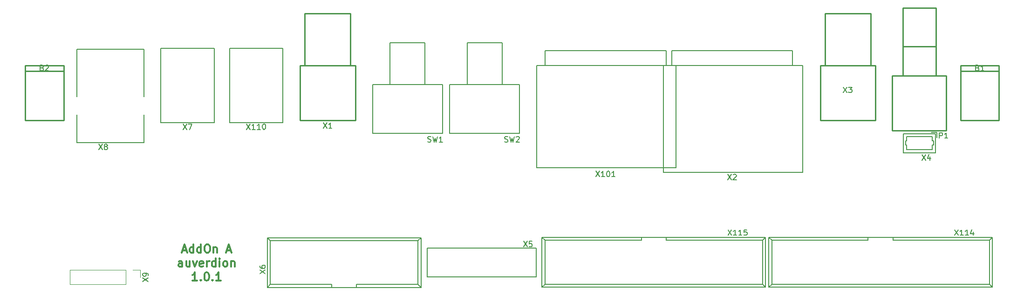
<source format=gto>
G04 #@! TF.GenerationSoftware,KiCad,Pcbnew,(5.1.0-0)*
G04 #@! TF.CreationDate,2020-01-03T12:25:20+01:00*
G04 #@! TF.ProjectId,AddOnA,4164644f-6e41-42e6-9b69-6361645f7063,rev?*
G04 #@! TF.SameCoordinates,Original*
G04 #@! TF.FileFunction,Legend,Top*
G04 #@! TF.FilePolarity,Positive*
%FSLAX46Y46*%
G04 Gerber Fmt 4.6, Leading zero omitted, Abs format (unit mm)*
G04 Created by KiCad (PCBNEW (5.1.0-0)) date 2020-01-03 12:25:20*
%MOMM*%
%LPD*%
G04 APERTURE LIST*
%ADD10C,0.300000*%
%ADD11C,0.254000*%
%ADD12C,0.120000*%
%ADD13C,0.150000*%
G04 APERTURE END LIST*
D10*
X35107142Y57800000D02*
X35821428Y57800000D01*
X34964285Y57371428D02*
X35464285Y58871428D01*
X35964285Y57371428D01*
X37107142Y57371428D02*
X37107142Y58871428D01*
X37107142Y57442857D02*
X36964285Y57371428D01*
X36678571Y57371428D01*
X36535714Y57442857D01*
X36464285Y57514285D01*
X36392857Y57657142D01*
X36392857Y58085714D01*
X36464285Y58228571D01*
X36535714Y58300000D01*
X36678571Y58371428D01*
X36964285Y58371428D01*
X37107142Y58300000D01*
X38464285Y57371428D02*
X38464285Y58871428D01*
X38464285Y57442857D02*
X38321428Y57371428D01*
X38035714Y57371428D01*
X37892857Y57442857D01*
X37821428Y57514285D01*
X37750000Y57657142D01*
X37750000Y58085714D01*
X37821428Y58228571D01*
X37892857Y58300000D01*
X38035714Y58371428D01*
X38321428Y58371428D01*
X38464285Y58300000D01*
X39464285Y58871428D02*
X39750000Y58871428D01*
X39892857Y58800000D01*
X40035714Y58657142D01*
X40107142Y58371428D01*
X40107142Y57871428D01*
X40035714Y57585714D01*
X39892857Y57442857D01*
X39750000Y57371428D01*
X39464285Y57371428D01*
X39321428Y57442857D01*
X39178571Y57585714D01*
X39107142Y57871428D01*
X39107142Y58371428D01*
X39178571Y58657142D01*
X39321428Y58800000D01*
X39464285Y58871428D01*
X40750000Y58371428D02*
X40750000Y57371428D01*
X40750000Y58228571D02*
X40821428Y58300000D01*
X40964285Y58371428D01*
X41178571Y58371428D01*
X41321428Y58300000D01*
X41392857Y58157142D01*
X41392857Y57371428D01*
X43178571Y57800000D02*
X43892857Y57800000D01*
X43035714Y57371428D02*
X43535714Y58871428D01*
X44035714Y57371428D01*
X35071428Y54821428D02*
X35071428Y55607142D01*
X34999999Y55750000D01*
X34857142Y55821428D01*
X34571428Y55821428D01*
X34428571Y55750000D01*
X35071428Y54892857D02*
X34928571Y54821428D01*
X34571428Y54821428D01*
X34428571Y54892857D01*
X34357142Y55035714D01*
X34357142Y55178571D01*
X34428571Y55321428D01*
X34571428Y55392857D01*
X34928571Y55392857D01*
X35071428Y55464285D01*
X36428571Y55821428D02*
X36428571Y54821428D01*
X35785714Y55821428D02*
X35785714Y55035714D01*
X35857142Y54892857D01*
X35999999Y54821428D01*
X36214285Y54821428D01*
X36357142Y54892857D01*
X36428571Y54964285D01*
X36999999Y55821428D02*
X37357142Y54821428D01*
X37714285Y55821428D01*
X38857142Y54892857D02*
X38714285Y54821428D01*
X38428571Y54821428D01*
X38285714Y54892857D01*
X38214285Y55035714D01*
X38214285Y55607142D01*
X38285714Y55750000D01*
X38428571Y55821428D01*
X38714285Y55821428D01*
X38857142Y55750000D01*
X38928571Y55607142D01*
X38928571Y55464285D01*
X38214285Y55321428D01*
X39571428Y54821428D02*
X39571428Y55821428D01*
X39571428Y55535714D02*
X39642857Y55678571D01*
X39714285Y55750000D01*
X39857142Y55821428D01*
X39999999Y55821428D01*
X41142857Y54821428D02*
X41142857Y56321428D01*
X41142857Y54892857D02*
X40999999Y54821428D01*
X40714285Y54821428D01*
X40571428Y54892857D01*
X40499999Y54964285D01*
X40428571Y55107142D01*
X40428571Y55535714D01*
X40499999Y55678571D01*
X40571428Y55750000D01*
X40714285Y55821428D01*
X40999999Y55821428D01*
X41142857Y55750000D01*
X41857142Y54821428D02*
X41857142Y55821428D01*
X41857142Y56321428D02*
X41785714Y56250000D01*
X41857142Y56178571D01*
X41928571Y56250000D01*
X41857142Y56321428D01*
X41857142Y56178571D01*
X42785714Y54821428D02*
X42642857Y54892857D01*
X42571428Y54964285D01*
X42500000Y55107142D01*
X42500000Y55535714D01*
X42571428Y55678571D01*
X42642857Y55750000D01*
X42785714Y55821428D01*
X43000000Y55821428D01*
X43142857Y55750000D01*
X43214285Y55678571D01*
X43285714Y55535714D01*
X43285714Y55107142D01*
X43214285Y54964285D01*
X43142857Y54892857D01*
X43000000Y54821428D01*
X42785714Y54821428D01*
X43928571Y55821428D02*
X43928571Y54821428D01*
X43928571Y55678571D02*
X44000000Y55750000D01*
X44142857Y55821428D01*
X44357142Y55821428D01*
X44500000Y55750000D01*
X44571428Y55607142D01*
X44571428Y54821428D01*
X37785714Y52271428D02*
X36928571Y52271428D01*
X37357142Y52271428D02*
X37357142Y53771428D01*
X37214285Y53557142D01*
X37071428Y53414285D01*
X36928571Y53342857D01*
X38428571Y52414285D02*
X38500000Y52342857D01*
X38428571Y52271428D01*
X38357142Y52342857D01*
X38428571Y52414285D01*
X38428571Y52271428D01*
X39428571Y53771428D02*
X39571428Y53771428D01*
X39714285Y53700000D01*
X39785714Y53628571D01*
X39857142Y53485714D01*
X39928571Y53200000D01*
X39928571Y52842857D01*
X39857142Y52557142D01*
X39785714Y52414285D01*
X39714285Y52342857D01*
X39571428Y52271428D01*
X39428571Y52271428D01*
X39285714Y52342857D01*
X39214285Y52414285D01*
X39142857Y52557142D01*
X39071428Y52842857D01*
X39071428Y53200000D01*
X39142857Y53485714D01*
X39214285Y53628571D01*
X39285714Y53700000D01*
X39428571Y53771428D01*
X40571428Y52414285D02*
X40642857Y52342857D01*
X40571428Y52271428D01*
X40500000Y52342857D01*
X40571428Y52414285D01*
X40571428Y52271428D01*
X42071428Y52271428D02*
X41214285Y52271428D01*
X41642857Y52271428D02*
X41642857Y53771428D01*
X41500000Y53557142D01*
X41357142Y53414285D01*
X41214285Y53342857D01*
D11*
X6500000Y90500000D02*
X13500000Y90500000D01*
X13500000Y91500000D02*
X6500000Y91500000D01*
X13500000Y81500000D02*
X13500000Y91500000D01*
X6500000Y81500000D02*
X13500000Y81500000D01*
X6500000Y91500000D02*
X6500000Y81500000D01*
X176500000Y90500000D02*
X183500000Y90500000D01*
X183500000Y91500000D02*
X176500000Y91500000D01*
X183500000Y81500000D02*
X183500000Y91500000D01*
X176500000Y81500000D02*
X183500000Y81500000D01*
X176500000Y91500000D02*
X176500000Y81500000D01*
D12*
X27430000Y54230000D02*
X27430000Y52900000D01*
X26100000Y54230000D02*
X27430000Y54230000D01*
X24830000Y54230000D02*
X24830000Y51570000D01*
X24830000Y51570000D02*
X14610000Y51570000D01*
X24830000Y54230000D02*
X14610000Y54230000D01*
X14610000Y54230000D02*
X14610000Y51570000D01*
D13*
X82350000Y88000000D02*
X69650000Y88000000D01*
X69650000Y88000000D02*
X69650000Y79110000D01*
X69650000Y79110000D02*
X82350000Y79110000D01*
X82350000Y79110000D02*
X82350000Y88000000D01*
X72825000Y88000000D02*
X72825000Y95620000D01*
X72825000Y95620000D02*
X79175000Y95620000D01*
X79175000Y95620000D02*
X79175000Y88000000D01*
X31150000Y81110000D02*
X40850000Y81110000D01*
X40850000Y81110000D02*
X40850000Y94610000D01*
X40850000Y94600000D02*
X31150000Y94600000D01*
X31150000Y94610000D02*
X31150000Y81110000D01*
X43650000Y81110000D02*
X53350000Y81110000D01*
X53350000Y81110000D02*
X53350000Y94610000D01*
X53350000Y94600000D02*
X43650000Y94600000D01*
X43650000Y94610000D02*
X43650000Y81110000D01*
X99500000Y91500000D02*
X99500000Y72900000D01*
X99500000Y72900000D02*
X124800000Y72900000D01*
X124800000Y72900000D02*
X124800000Y91500000D01*
X124800000Y91500000D02*
X99500000Y91500000D01*
X101000000Y91500000D02*
X101000000Y94200000D01*
X101000000Y94200000D02*
X123000000Y94200000D01*
X123000000Y94200000D02*
X123000000Y91500000D01*
X28066000Y77468000D02*
X15874000Y77468000D01*
X15874000Y94486000D02*
X28066000Y94486000D01*
X15874000Y77468000D02*
X15874000Y82548000D01*
X15874000Y85850000D02*
X15874000Y94486000D01*
X28066000Y77468000D02*
X28066000Y82548000D01*
X28066000Y85850000D02*
X28066000Y94486000D01*
X172200000Y79325000D02*
X171200000Y79325000D01*
X172200000Y79325000D02*
X172200000Y78325000D01*
X166700000Y76125000D02*
X169050000Y76125000D01*
X166700000Y77000000D02*
X166700000Y76125000D01*
X166500000Y77000000D02*
X166700000Y77000000D01*
X166500000Y77800000D02*
X166500000Y77000000D01*
X166700000Y77800000D02*
X166500000Y77800000D01*
X166700000Y78525000D02*
X166700000Y77800000D01*
X169050000Y78525000D02*
X166700000Y78525000D01*
X171400000Y76125000D02*
X169050000Y76125000D01*
X171400000Y77000000D02*
X171400000Y76125000D01*
X171600000Y77000000D02*
X171400000Y77000000D01*
X171600000Y77800000D02*
X171600000Y77000000D01*
X171400000Y77800000D02*
X171600000Y77800000D01*
X171400000Y78525000D02*
X171400000Y77800000D01*
X169050000Y78525000D02*
X171400000Y78525000D01*
X166150000Y75575000D02*
X171950000Y75575000D01*
X166150000Y79075000D02*
X166150000Y75575000D01*
X171950000Y79075000D02*
X166150000Y79075000D01*
X171950000Y75575000D02*
X171950000Y79075000D01*
D11*
X151000000Y91500000D02*
X161000000Y91500000D01*
X161000000Y91500000D02*
X161000000Y81500000D01*
X161000000Y81500000D02*
X151000000Y81500000D01*
X151000000Y81500000D02*
X151000000Y91500000D01*
X151850000Y91500000D02*
X151850000Y101000000D01*
X151850000Y101000000D02*
X160150000Y101000000D01*
X160150000Y101000000D02*
X160150000Y91500000D01*
D13*
X122500000Y91500000D02*
X122500000Y72000000D01*
X122500000Y72000000D02*
X147800000Y72000000D01*
X147800000Y72000000D02*
X147800000Y91500000D01*
X147800000Y91500000D02*
X122500000Y91500000D01*
X124000000Y91500000D02*
X124000000Y94200000D01*
X124000000Y94200000D02*
X146000000Y94200000D01*
X146000000Y94200000D02*
X146000000Y91500000D01*
X96350000Y88000000D02*
X83650000Y88000000D01*
X83650000Y88000000D02*
X83650000Y79110000D01*
X83650000Y79110000D02*
X96350000Y79110000D01*
X96350000Y79110000D02*
X96350000Y88000000D01*
X86825000Y88000000D02*
X86825000Y95620000D01*
X86825000Y95620000D02*
X93175000Y95620000D01*
X93175000Y95620000D02*
X93175000Y88000000D01*
D11*
X172000000Y95000000D02*
X166000000Y95000000D01*
X172000000Y102000000D02*
X172000000Y89600000D01*
X166000000Y102000000D02*
X166000000Y89600000D01*
X172000000Y102000000D02*
X166000000Y102000000D01*
X173900000Y79600000D02*
X164100000Y79600000D01*
X164100000Y79600000D02*
X164100000Y89600000D01*
X164100000Y89600000D02*
X173900000Y89600000D01*
X173900000Y89600000D02*
X173900000Y79600000D01*
D13*
X78460000Y51020000D02*
X77900000Y51570000D01*
X50520000Y51020000D02*
X51060000Y51570000D01*
X78460000Y60120000D02*
X77900000Y59570000D01*
X50520000Y60120000D02*
X51060000Y59570000D01*
X77900000Y59570000D02*
X77900000Y51570000D01*
X78460000Y60120000D02*
X78460000Y51020000D01*
X51060000Y59570000D02*
X51060000Y51570000D01*
X50520000Y60120000D02*
X50520000Y51020000D01*
X66740000Y51570000D02*
X66740000Y51020000D01*
X62240000Y51570000D02*
X62240000Y51020000D01*
X66740000Y51570000D02*
X77900000Y51570000D01*
X51060000Y51570000D02*
X62240000Y51570000D01*
X50520000Y51020000D02*
X78460000Y51020000D01*
X51060000Y59570000D02*
X77900000Y59570000D01*
X50520000Y60120000D02*
X78460000Y60120000D01*
X141640000Y60180000D02*
X142200000Y59630000D01*
X182280000Y60180000D02*
X181740000Y59630000D01*
X141640000Y51080000D02*
X142200000Y51630000D01*
X182280000Y51080000D02*
X181740000Y51630000D01*
X142200000Y51630000D02*
X142200000Y59630000D01*
X141640000Y51080000D02*
X141640000Y60180000D01*
X181740000Y51630000D02*
X181740000Y59630000D01*
X182280000Y51080000D02*
X182280000Y60180000D01*
X159710000Y59630000D02*
X159710000Y60180000D01*
X164210000Y59630000D02*
X164210000Y60180000D01*
X159710000Y59630000D02*
X142200000Y59630000D01*
X181740000Y59630000D02*
X164210000Y59630000D01*
X182280000Y60180000D02*
X141640000Y60180000D01*
X181740000Y51630000D02*
X142200000Y51630000D01*
X182280000Y51080000D02*
X141640000Y51080000D01*
X141080000Y51080000D02*
X100440000Y51080000D01*
X140540000Y51630000D02*
X101000000Y51630000D01*
X141080000Y60180000D02*
X100440000Y60180000D01*
X140540000Y59630000D02*
X123010000Y59630000D01*
X118510000Y59630000D02*
X101000000Y59630000D01*
X123010000Y59630000D02*
X123010000Y60180000D01*
X118510000Y59630000D02*
X118510000Y60180000D01*
X141080000Y51080000D02*
X141080000Y60180000D01*
X140540000Y51630000D02*
X140540000Y59630000D01*
X100440000Y51080000D02*
X100440000Y60180000D01*
X101000000Y51630000D02*
X101000000Y59630000D01*
X141080000Y51080000D02*
X140540000Y51630000D01*
X100440000Y51080000D02*
X101000000Y51630000D01*
X141080000Y60180000D02*
X140540000Y59630000D01*
X100440000Y60180000D02*
X101000000Y59630000D01*
D11*
X65650000Y101000000D02*
X65650000Y91500000D01*
X57350000Y101000000D02*
X65650000Y101000000D01*
X57350000Y91500000D02*
X57350000Y101000000D01*
X56500000Y81500000D02*
X56500000Y91500000D01*
X66500000Y81500000D02*
X56500000Y81500000D01*
X66500000Y91500000D02*
X66500000Y81500000D01*
X56500000Y91500000D02*
X66500000Y91500000D01*
D13*
X79570000Y53000000D02*
X79570000Y58200000D01*
X99430000Y53000000D02*
X79570000Y53000000D01*
X99430000Y58200000D02*
X99430000Y53000000D01*
X79570000Y58200000D02*
X99430000Y58200000D01*
X9595238Y91071428D02*
X9738095Y91023809D01*
X9785714Y90976190D01*
X9833333Y90880952D01*
X9833333Y90738095D01*
X9785714Y90642857D01*
X9738095Y90595238D01*
X9642857Y90547619D01*
X9261904Y90547619D01*
X9261904Y91547619D01*
X9595238Y91547619D01*
X9690476Y91500000D01*
X9738095Y91452380D01*
X9785714Y91357142D01*
X9785714Y91261904D01*
X9738095Y91166666D01*
X9690476Y91119047D01*
X9595238Y91071428D01*
X9261904Y91071428D01*
X10214285Y91452380D02*
X10261904Y91500000D01*
X10357142Y91547619D01*
X10595238Y91547619D01*
X10690476Y91500000D01*
X10738095Y91452380D01*
X10785714Y91357142D01*
X10785714Y91261904D01*
X10738095Y91119047D01*
X10166666Y90547619D01*
X10785714Y90547619D01*
X179595238Y91071428D02*
X179738095Y91023809D01*
X179785714Y90976190D01*
X179833333Y90880952D01*
X179833333Y90738095D01*
X179785714Y90642857D01*
X179738095Y90595238D01*
X179642857Y90547619D01*
X179261904Y90547619D01*
X179261904Y91547619D01*
X179595238Y91547619D01*
X179690476Y91500000D01*
X179738095Y91452380D01*
X179785714Y91357142D01*
X179785714Y91261904D01*
X179738095Y91166666D01*
X179690476Y91119047D01*
X179595238Y91071428D01*
X179261904Y91071428D01*
X180785714Y90547619D02*
X180214285Y90547619D01*
X180500000Y90547619D02*
X180500000Y91547619D01*
X180404761Y91404761D01*
X180309523Y91309523D01*
X180214285Y91261904D01*
X27882380Y52090476D02*
X28882380Y52757142D01*
X27882380Y52757142D02*
X28882380Y52090476D01*
X28882380Y53185714D02*
X28882380Y53376190D01*
X28834761Y53471428D01*
X28787142Y53519047D01*
X28644285Y53614285D01*
X28453809Y53661904D01*
X28072857Y53661904D01*
X27977619Y53614285D01*
X27930000Y53566666D01*
X27882380Y53471428D01*
X27882380Y53280952D01*
X27930000Y53185714D01*
X27977619Y53138095D01*
X28072857Y53090476D01*
X28310952Y53090476D01*
X28406190Y53138095D01*
X28453809Y53185714D01*
X28501428Y53280952D01*
X28501428Y53471428D01*
X28453809Y53566666D01*
X28406190Y53614285D01*
X28310952Y53661904D01*
X79666666Y77595238D02*
X79809523Y77547619D01*
X80047619Y77547619D01*
X80142857Y77595238D01*
X80190476Y77642857D01*
X80238095Y77738095D01*
X80238095Y77833333D01*
X80190476Y77928571D01*
X80142857Y77976190D01*
X80047619Y78023809D01*
X79857142Y78071428D01*
X79761904Y78119047D01*
X79714285Y78166666D01*
X79666666Y78261904D01*
X79666666Y78357142D01*
X79714285Y78452380D01*
X79761904Y78500000D01*
X79857142Y78547619D01*
X80095238Y78547619D01*
X80238095Y78500000D01*
X80571428Y78547619D02*
X80809523Y77547619D01*
X81000000Y78261904D01*
X81190476Y77547619D01*
X81428571Y78547619D01*
X82333333Y77547619D02*
X81761904Y77547619D01*
X82047619Y77547619D02*
X82047619Y78547619D01*
X81952380Y78404761D01*
X81857142Y78309523D01*
X81761904Y78261904D01*
X35190476Y80847619D02*
X35857142Y79847619D01*
X35857142Y80847619D02*
X35190476Y79847619D01*
X36142857Y80847619D02*
X36809523Y80847619D01*
X36380952Y79847619D01*
X46738095Y80847619D02*
X47404761Y79847619D01*
X47404761Y80847619D02*
X46738095Y79847619D01*
X48309523Y79847619D02*
X47738095Y79847619D01*
X48023809Y79847619D02*
X48023809Y80847619D01*
X47928571Y80704761D01*
X47833333Y80609523D01*
X47738095Y80561904D01*
X49261904Y79847619D02*
X48690476Y79847619D01*
X48976190Y79847619D02*
X48976190Y80847619D01*
X48880952Y80704761D01*
X48785714Y80609523D01*
X48690476Y80561904D01*
X49880952Y80847619D02*
X49976190Y80847619D01*
X50071428Y80800000D01*
X50119047Y80752380D01*
X50166666Y80657142D01*
X50214285Y80466666D01*
X50214285Y80228571D01*
X50166666Y80038095D01*
X50119047Y79942857D01*
X50071428Y79895238D01*
X49976190Y79847619D01*
X49880952Y79847619D01*
X49785714Y79895238D01*
X49738095Y79942857D01*
X49690476Y80038095D01*
X49642857Y80228571D01*
X49642857Y80466666D01*
X49690476Y80657142D01*
X49738095Y80752380D01*
X49785714Y80800000D01*
X49880952Y80847619D01*
X110238095Y72247619D02*
X110904761Y71247619D01*
X110904761Y72247619D02*
X110238095Y71247619D01*
X111809523Y71247619D02*
X111238095Y71247619D01*
X111523809Y71247619D02*
X111523809Y72247619D01*
X111428571Y72104761D01*
X111333333Y72009523D01*
X111238095Y71961904D01*
X112428571Y72247619D02*
X112523809Y72247619D01*
X112619047Y72200000D01*
X112666666Y72152380D01*
X112714285Y72057142D01*
X112761904Y71866666D01*
X112761904Y71628571D01*
X112714285Y71438095D01*
X112666666Y71342857D01*
X112619047Y71295238D01*
X112523809Y71247619D01*
X112428571Y71247619D01*
X112333333Y71295238D01*
X112285714Y71342857D01*
X112238095Y71438095D01*
X112190476Y71628571D01*
X112190476Y71866666D01*
X112238095Y72057142D01*
X112285714Y72152380D01*
X112333333Y72200000D01*
X112428571Y72247619D01*
X113714285Y71247619D02*
X113142857Y71247619D01*
X113428571Y71247619D02*
X113428571Y72247619D01*
X113333333Y72104761D01*
X113238095Y72009523D01*
X113142857Y71961904D01*
X19890476Y77147619D02*
X20557142Y76147619D01*
X20557142Y77147619D02*
X19890476Y76147619D01*
X21080952Y76719047D02*
X20985714Y76766666D01*
X20938095Y76814285D01*
X20890476Y76909523D01*
X20890476Y76957142D01*
X20938095Y77052380D01*
X20985714Y77100000D01*
X21080952Y77147619D01*
X21271428Y77147619D01*
X21366666Y77100000D01*
X21414285Y77052380D01*
X21461904Y76957142D01*
X21461904Y76909523D01*
X21414285Y76814285D01*
X21366666Y76766666D01*
X21271428Y76719047D01*
X21080952Y76719047D01*
X20985714Y76671428D01*
X20938095Y76623809D01*
X20890476Y76528571D01*
X20890476Y76338095D01*
X20938095Y76242857D01*
X20985714Y76195238D01*
X21080952Y76147619D01*
X21271428Y76147619D01*
X21366666Y76195238D01*
X21414285Y76242857D01*
X21461904Y76338095D01*
X21461904Y76528571D01*
X21414285Y76623809D01*
X21366666Y76671428D01*
X21271428Y76719047D01*
X169490476Y75247619D02*
X170157142Y74247619D01*
X170157142Y75247619D02*
X169490476Y74247619D01*
X170966666Y74914285D02*
X170966666Y74247619D01*
X170728571Y75295238D02*
X170490476Y74580952D01*
X171109523Y74580952D01*
X155190476Y87547619D02*
X155857142Y86547619D01*
X155857142Y87547619D02*
X155190476Y86547619D01*
X156142857Y87547619D02*
X156761904Y87547619D01*
X156428571Y87166666D01*
X156571428Y87166666D01*
X156666666Y87119047D01*
X156714285Y87071428D01*
X156761904Y86976190D01*
X156761904Y86738095D01*
X156714285Y86642857D01*
X156666666Y86595238D01*
X156571428Y86547619D01*
X156285714Y86547619D01*
X156190476Y86595238D01*
X156142857Y86642857D01*
X134190476Y71647619D02*
X134857142Y70647619D01*
X134857142Y71647619D02*
X134190476Y70647619D01*
X135190476Y71552380D02*
X135238095Y71600000D01*
X135333333Y71647619D01*
X135571428Y71647619D01*
X135666666Y71600000D01*
X135714285Y71552380D01*
X135761904Y71457142D01*
X135761904Y71361904D01*
X135714285Y71219047D01*
X135142857Y70647619D01*
X135761904Y70647619D01*
X93666666Y77595238D02*
X93809523Y77547619D01*
X94047619Y77547619D01*
X94142857Y77595238D01*
X94190476Y77642857D01*
X94238095Y77738095D01*
X94238095Y77833333D01*
X94190476Y77928571D01*
X94142857Y77976190D01*
X94047619Y78023809D01*
X93857142Y78071428D01*
X93761904Y78119047D01*
X93714285Y78166666D01*
X93666666Y78261904D01*
X93666666Y78357142D01*
X93714285Y78452380D01*
X93761904Y78500000D01*
X93857142Y78547619D01*
X94095238Y78547619D01*
X94238095Y78500000D01*
X94571428Y78547619D02*
X94809523Y77547619D01*
X95000000Y78261904D01*
X95190476Y77547619D01*
X95428571Y78547619D01*
X95761904Y78452380D02*
X95809523Y78500000D01*
X95904761Y78547619D01*
X96142857Y78547619D01*
X96238095Y78500000D01*
X96285714Y78452380D01*
X96333333Y78357142D01*
X96333333Y78261904D01*
X96285714Y78119047D01*
X95714285Y77547619D01*
X96333333Y77547619D01*
X172661904Y78247619D02*
X172661904Y79247619D01*
X173042857Y79247619D01*
X173138095Y79200000D01*
X173185714Y79152380D01*
X173233333Y79057142D01*
X173233333Y78914285D01*
X173185714Y78819047D01*
X173138095Y78771428D01*
X173042857Y78723809D01*
X172661904Y78723809D01*
X174185714Y78247619D02*
X173614285Y78247619D01*
X173900000Y78247619D02*
X173900000Y79247619D01*
X173804761Y79104761D01*
X173709523Y79009523D01*
X173614285Y78961904D01*
X49152380Y53530476D02*
X50152380Y54197142D01*
X49152380Y54197142D02*
X50152380Y53530476D01*
X49152380Y55006666D02*
X49152380Y54816190D01*
X49200000Y54720952D01*
X49247619Y54673333D01*
X49390476Y54578095D01*
X49580952Y54530476D01*
X49961904Y54530476D01*
X50057142Y54578095D01*
X50104761Y54625714D01*
X50152380Y54720952D01*
X50152380Y54911428D01*
X50104761Y55006666D01*
X50057142Y55054285D01*
X49961904Y55101904D01*
X49723809Y55101904D01*
X49628571Y55054285D01*
X49580952Y55006666D01*
X49533333Y54911428D01*
X49533333Y54720952D01*
X49580952Y54625714D01*
X49628571Y54578095D01*
X49723809Y54530476D01*
X175438095Y61547619D02*
X176104761Y60547619D01*
X176104761Y61547619D02*
X175438095Y60547619D01*
X177009523Y60547619D02*
X176438095Y60547619D01*
X176723809Y60547619D02*
X176723809Y61547619D01*
X176628571Y61404761D01*
X176533333Y61309523D01*
X176438095Y61261904D01*
X177961904Y60547619D02*
X177390476Y60547619D01*
X177676190Y60547619D02*
X177676190Y61547619D01*
X177580952Y61404761D01*
X177485714Y61309523D01*
X177390476Y61261904D01*
X178819047Y61214285D02*
X178819047Y60547619D01*
X178580952Y61595238D02*
X178342857Y60880952D01*
X178961904Y60880952D01*
X134238095Y61547619D02*
X134904761Y60547619D01*
X134904761Y61547619D02*
X134238095Y60547619D01*
X135809523Y60547619D02*
X135238095Y60547619D01*
X135523809Y60547619D02*
X135523809Y61547619D01*
X135428571Y61404761D01*
X135333333Y61309523D01*
X135238095Y61261904D01*
X136761904Y60547619D02*
X136190476Y60547619D01*
X136476190Y60547619D02*
X136476190Y61547619D01*
X136380952Y61404761D01*
X136285714Y61309523D01*
X136190476Y61261904D01*
X137666666Y61547619D02*
X137190476Y61547619D01*
X137142857Y61071428D01*
X137190476Y61119047D01*
X137285714Y61166666D01*
X137523809Y61166666D01*
X137619047Y61119047D01*
X137666666Y61071428D01*
X137714285Y60976190D01*
X137714285Y60738095D01*
X137666666Y60642857D01*
X137619047Y60595238D01*
X137523809Y60547619D01*
X137285714Y60547619D01*
X137190476Y60595238D01*
X137142857Y60642857D01*
X60690476Y81047619D02*
X61357142Y80047619D01*
X61357142Y81047619D02*
X60690476Y80047619D01*
X62261904Y80047619D02*
X61690476Y80047619D01*
X61976190Y80047619D02*
X61976190Y81047619D01*
X61880952Y80904761D01*
X61785714Y80809523D01*
X61690476Y80761904D01*
X97090476Y59447619D02*
X97757142Y58447619D01*
X97757142Y59447619D02*
X97090476Y58447619D01*
X98614285Y59447619D02*
X98138095Y59447619D01*
X98090476Y58971428D01*
X98138095Y59019047D01*
X98233333Y59066666D01*
X98471428Y59066666D01*
X98566666Y59019047D01*
X98614285Y58971428D01*
X98661904Y58876190D01*
X98661904Y58638095D01*
X98614285Y58542857D01*
X98566666Y58495238D01*
X98471428Y58447619D01*
X98233333Y58447619D01*
X98138095Y58495238D01*
X98090476Y58542857D01*
M02*

</source>
